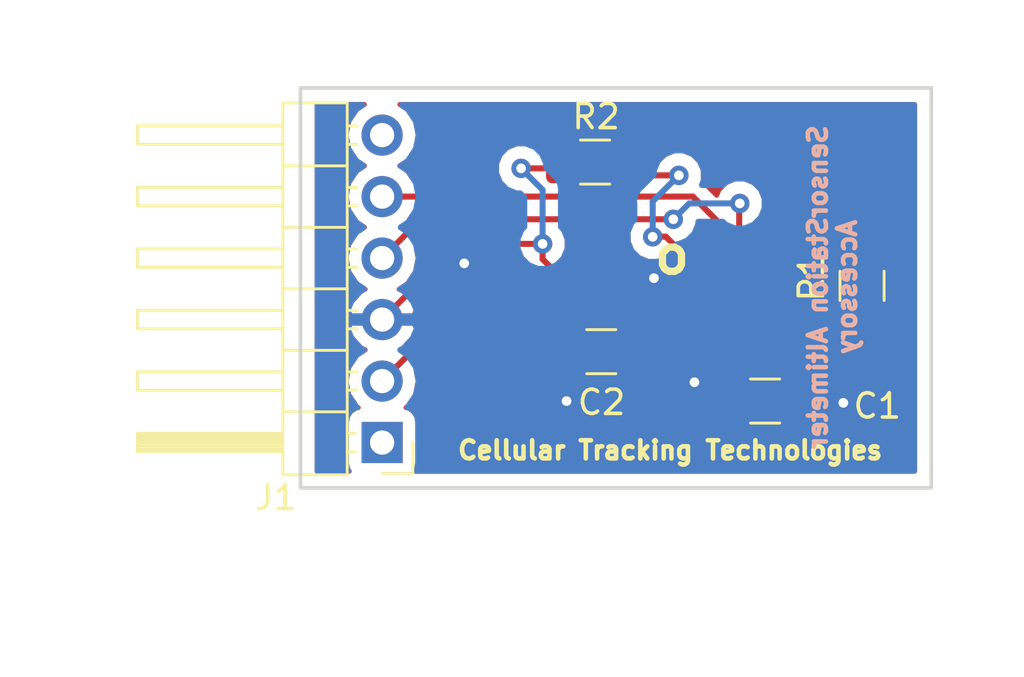
<source format=kicad_pcb>
(kicad_pcb (version 20171130) (host pcbnew "(5.0.1-3-g963ef8bb5)")

  (general
    (thickness 1.6)
    (drawings 7)
    (tracks 68)
    (zones 0)
    (modules 6)
    (nets 7)
  )

  (page A4)
  (layers
    (0 F.Cu signal)
    (31 B.Cu signal)
    (32 B.Adhes user)
    (33 F.Adhes user)
    (34 B.Paste user)
    (35 F.Paste user)
    (36 B.SilkS user)
    (37 F.SilkS user)
    (38 B.Mask user)
    (39 F.Mask user)
    (40 Dwgs.User user)
    (41 Cmts.User user)
    (42 Eco1.User user)
    (43 Eco2.User user)
    (44 Edge.Cuts user)
    (45 Margin user)
    (46 B.CrtYd user)
    (47 F.CrtYd user)
    (48 B.Fab user)
    (49 F.Fab user)
  )

  (setup
    (last_trace_width 0.25)
    (trace_clearance 0.2)
    (zone_clearance 0.508)
    (zone_45_only no)
    (trace_min 0.2)
    (segment_width 0.2)
    (edge_width 0.15)
    (via_size 0.8)
    (via_drill 0.4)
    (via_min_size 0.4)
    (via_min_drill 0.3)
    (uvia_size 0.3)
    (uvia_drill 0.1)
    (uvias_allowed no)
    (uvia_min_size 0.2)
    (uvia_min_drill 0.1)
    (pcb_text_width 0.3)
    (pcb_text_size 1.5 1.5)
    (mod_edge_width 0.15)
    (mod_text_size 1 1)
    (mod_text_width 0.15)
    (pad_size 1.524 1.524)
    (pad_drill 0.762)
    (pad_to_mask_clearance 0.051)
    (solder_mask_min_width 0.25)
    (aux_axis_origin 0 0)
    (visible_elements FFFFFF7F)
    (pcbplotparams
      (layerselection 0x010fc_ffffffff)
      (usegerberextensions false)
      (usegerberattributes false)
      (usegerberadvancedattributes false)
      (creategerberjobfile false)
      (excludeedgelayer true)
      (linewidth 0.100000)
      (plotframeref false)
      (viasonmask false)
      (mode 1)
      (useauxorigin false)
      (hpglpennumber 1)
      (hpglpenspeed 20)
      (hpglpendiameter 15.000000)
      (psnegative false)
      (psa4output false)
      (plotreference true)
      (plotvalue true)
      (plotinvisibletext false)
      (padsonsilk false)
      (subtractmaskfromsilk false)
      (outputformat 1)
      (mirror false)
      (drillshape 1)
      (scaleselection 1)
      (outputdirectory ""))
  )

  (net 0 "")
  (net 1 +3V3)
  (net 2 GND)
  (net 3 SCL)
  (net 4 SDA)
  (net 5 "Net-(R1-Pad2)")
  (net 6 "Net-(R2-Pad2)")

  (net_class Default "This is the default net class."
    (clearance 0.2)
    (trace_width 0.25)
    (via_dia 0.8)
    (via_drill 0.4)
    (uvia_dia 0.3)
    (uvia_drill 0.1)
    (add_net +3V3)
    (add_net GND)
    (add_net "Net-(R1-Pad2)")
    (add_net "Net-(R2-Pad2)")
    (add_net SCL)
    (add_net SDA)
  )

  (module Capacitors_SMD:C_1206_3216Metric (layer F.Cu) (tedit 5B301BBE) (tstamp 5D035E4A)
    (at 147.79198 80.08874)
    (descr "Capacitor SMD 1206 (3216 Metric), square (rectangular) end terminal, IPC_7351 nominal, (Body size source: http://www.tortai-tech.com/upload/download/2011102023233369053.pdf), generated with kicad-footprint-generator")
    (tags capacitor)
    (path /5CFEC216)
    (attr smd)
    (fp_text reference C1 (at 4.6258 0.2032) (layer F.SilkS)
      (effects (font (size 1 1) (thickness 0.15)))
    )
    (fp_text value 100n (at 0 1.82) (layer F.Fab)
      (effects (font (size 1 1) (thickness 0.15)))
    )
    (fp_line (start -1.6 0.8) (end -1.6 -0.8) (layer F.Fab) (width 0.1))
    (fp_line (start -1.6 -0.8) (end 1.6 -0.8) (layer F.Fab) (width 0.1))
    (fp_line (start 1.6 -0.8) (end 1.6 0.8) (layer F.Fab) (width 0.1))
    (fp_line (start 1.6 0.8) (end -1.6 0.8) (layer F.Fab) (width 0.1))
    (fp_line (start -0.602064 -0.91) (end 0.602064 -0.91) (layer F.SilkS) (width 0.12))
    (fp_line (start -0.602064 0.91) (end 0.602064 0.91) (layer F.SilkS) (width 0.12))
    (fp_line (start -2.28 1.12) (end -2.28 -1.12) (layer F.CrtYd) (width 0.05))
    (fp_line (start -2.28 -1.12) (end 2.28 -1.12) (layer F.CrtYd) (width 0.05))
    (fp_line (start 2.28 -1.12) (end 2.28 1.12) (layer F.CrtYd) (width 0.05))
    (fp_line (start 2.28 1.12) (end -2.28 1.12) (layer F.CrtYd) (width 0.05))
    (fp_text user %R (at 7.82528 -9.22274) (layer F.Fab)
      (effects (font (size 0.8 0.8) (thickness 0.12)))
    )
    (pad 1 smd roundrect (at -1.4 0) (size 1.25 1.75) (layers F.Cu F.Paste F.Mask) (roundrect_rratio 0.2)
      (net 1 +3V3))
    (pad 2 smd roundrect (at 1.4 0) (size 1.25 1.75) (layers F.Cu F.Paste F.Mask) (roundrect_rratio 0.2)
      (net 2 GND))
    (model ${KISYS3DMOD}/Capacitor_SMD.3dshapes/C_1206_3216Metric.wrl
      (at (xyz 0 0 0))
      (scale (xyz 1 1 1))
      (rotate (xyz 0 0 0))
    )
  )

  (module Capacitors_SMD:C_1206_3216Metric (layer F.Cu) (tedit 5B301BBE) (tstamp 5D035E5B)
    (at 141.02842 78.04912 180)
    (descr "Capacitor SMD 1206 (3216 Metric), square (rectangular) end terminal, IPC_7351 nominal, (Body size source: http://www.tortai-tech.com/upload/download/2011102023233369053.pdf), generated with kicad-footprint-generator")
    (tags capacitor)
    (path /5CFEDC66)
    (attr smd)
    (fp_text reference C2 (at -0.0127 -2.09296 180) (layer F.SilkS)
      (effects (font (size 1 1) (thickness 0.15)))
    )
    (fp_text value 100n (at 0 1.82 180) (layer F.Fab)
      (effects (font (size 1 1) (thickness 0.15)))
    )
    (fp_text user %R (at 0 0 180) (layer F.Fab)
      (effects (font (size 0.8 0.8) (thickness 0.12)))
    )
    (fp_line (start 2.28 1.12) (end -2.28 1.12) (layer F.CrtYd) (width 0.05))
    (fp_line (start 2.28 -1.12) (end 2.28 1.12) (layer F.CrtYd) (width 0.05))
    (fp_line (start -2.28 -1.12) (end 2.28 -1.12) (layer F.CrtYd) (width 0.05))
    (fp_line (start -2.28 1.12) (end -2.28 -1.12) (layer F.CrtYd) (width 0.05))
    (fp_line (start -0.602064 0.91) (end 0.602064 0.91) (layer F.SilkS) (width 0.12))
    (fp_line (start -0.602064 -0.91) (end 0.602064 -0.91) (layer F.SilkS) (width 0.12))
    (fp_line (start 1.6 0.8) (end -1.6 0.8) (layer F.Fab) (width 0.1))
    (fp_line (start 1.6 -0.8) (end 1.6 0.8) (layer F.Fab) (width 0.1))
    (fp_line (start -1.6 -0.8) (end 1.6 -0.8) (layer F.Fab) (width 0.1))
    (fp_line (start -1.6 0.8) (end -1.6 -0.8) (layer F.Fab) (width 0.1))
    (pad 2 smd roundrect (at 1.4 0 180) (size 1.25 1.75) (layers F.Cu F.Paste F.Mask) (roundrect_rratio 0.2)
      (net 2 GND))
    (pad 1 smd roundrect (at -1.4 0 180) (size 1.25 1.75) (layers F.Cu F.Paste F.Mask) (roundrect_rratio 0.2)
      (net 1 +3V3))
    (model ${KISYS3DMOD}/Capacitor_SMD.3dshapes/C_1206_3216Metric.wrl
      (at (xyz 0 0 0))
      (scale (xyz 1 1 1))
      (rotate (xyz 0 0 0))
    )
  )

  (module Connector_PinHeader_2.54mm:PinHeader_1x06_P2.54mm_Horizontal (layer F.Cu) (tedit 59FED5CB) (tstamp 5D035EC2)
    (at 131.98348 81.80324 180)
    (descr "Through hole angled pin header, 1x06, 2.54mm pitch, 6mm pin length, single row")
    (tags "Through hole angled pin header THT 1x06 2.54mm single row")
    (path /5D04D3EA)
    (fp_text reference J1 (at 4.385 -2.27 180) (layer F.SilkS)
      (effects (font (size 1 1) (thickness 0.15)))
    )
    (fp_text value "SensorStation Accessory Plug" (at 4.385 14.97 180) (layer F.Fab)
      (effects (font (size 1 1) (thickness 0.15)))
    )
    (fp_line (start 2.135 -1.27) (end 4.04 -1.27) (layer F.Fab) (width 0.1))
    (fp_line (start 4.04 -1.27) (end 4.04 13.97) (layer F.Fab) (width 0.1))
    (fp_line (start 4.04 13.97) (end 1.5 13.97) (layer F.Fab) (width 0.1))
    (fp_line (start 1.5 13.97) (end 1.5 -0.635) (layer F.Fab) (width 0.1))
    (fp_line (start 1.5 -0.635) (end 2.135 -1.27) (layer F.Fab) (width 0.1))
    (fp_line (start -0.32 -0.32) (end 1.5 -0.32) (layer F.Fab) (width 0.1))
    (fp_line (start -0.32 -0.32) (end -0.32 0.32) (layer F.Fab) (width 0.1))
    (fp_line (start -0.32 0.32) (end 1.5 0.32) (layer F.Fab) (width 0.1))
    (fp_line (start 4.04 -0.32) (end 10.04 -0.32) (layer F.Fab) (width 0.1))
    (fp_line (start 10.04 -0.32) (end 10.04 0.32) (layer F.Fab) (width 0.1))
    (fp_line (start 4.04 0.32) (end 10.04 0.32) (layer F.Fab) (width 0.1))
    (fp_line (start -0.32 2.22) (end 1.5 2.22) (layer F.Fab) (width 0.1))
    (fp_line (start -0.32 2.22) (end -0.32 2.86) (layer F.Fab) (width 0.1))
    (fp_line (start -0.32 2.86) (end 1.5 2.86) (layer F.Fab) (width 0.1))
    (fp_line (start 4.04 2.22) (end 10.04 2.22) (layer F.Fab) (width 0.1))
    (fp_line (start 10.04 2.22) (end 10.04 2.86) (layer F.Fab) (width 0.1))
    (fp_line (start 4.04 2.86) (end 10.04 2.86) (layer F.Fab) (width 0.1))
    (fp_line (start -0.32 4.76) (end 1.5 4.76) (layer F.Fab) (width 0.1))
    (fp_line (start -0.32 4.76) (end -0.32 5.4) (layer F.Fab) (width 0.1))
    (fp_line (start -0.32 5.4) (end 1.5 5.4) (layer F.Fab) (width 0.1))
    (fp_line (start 4.04 4.76) (end 10.04 4.76) (layer F.Fab) (width 0.1))
    (fp_line (start 10.04 4.76) (end 10.04 5.4) (layer F.Fab) (width 0.1))
    (fp_line (start 4.04 5.4) (end 10.04 5.4) (layer F.Fab) (width 0.1))
    (fp_line (start -0.32 7.3) (end 1.5 7.3) (layer F.Fab) (width 0.1))
    (fp_line (start -0.32 7.3) (end -0.32 7.94) (layer F.Fab) (width 0.1))
    (fp_line (start -0.32 7.94) (end 1.5 7.94) (layer F.Fab) (width 0.1))
    (fp_line (start 4.04 7.3) (end 10.04 7.3) (layer F.Fab) (width 0.1))
    (fp_line (start 10.04 7.3) (end 10.04 7.94) (layer F.Fab) (width 0.1))
    (fp_line (start 4.04 7.94) (end 10.04 7.94) (layer F.Fab) (width 0.1))
    (fp_line (start -0.32 9.84) (end 1.5 9.84) (layer F.Fab) (width 0.1))
    (fp_line (start -0.32 9.84) (end -0.32 10.48) (layer F.Fab) (width 0.1))
    (fp_line (start -0.32 10.48) (end 1.5 10.48) (layer F.Fab) (width 0.1))
    (fp_line (start 4.04 9.84) (end 10.04 9.84) (layer F.Fab) (width 0.1))
    (fp_line (start 10.04 9.84) (end 10.04 10.48) (layer F.Fab) (width 0.1))
    (fp_line (start 4.04 10.48) (end 10.04 10.48) (layer F.Fab) (width 0.1))
    (fp_line (start -0.32 12.38) (end 1.5 12.38) (layer F.Fab) (width 0.1))
    (fp_line (start -0.32 12.38) (end -0.32 13.02) (layer F.Fab) (width 0.1))
    (fp_line (start -0.32 13.02) (end 1.5 13.02) (layer F.Fab) (width 0.1))
    (fp_line (start 4.04 12.38) (end 10.04 12.38) (layer F.Fab) (width 0.1))
    (fp_line (start 10.04 12.38) (end 10.04 13.02) (layer F.Fab) (width 0.1))
    (fp_line (start 4.04 13.02) (end 10.04 13.02) (layer F.Fab) (width 0.1))
    (fp_line (start 1.44 -1.33) (end 1.44 14.03) (layer F.SilkS) (width 0.12))
    (fp_line (start 1.44 14.03) (end 4.1 14.03) (layer F.SilkS) (width 0.12))
    (fp_line (start 4.1 14.03) (end 4.1 -1.33) (layer F.SilkS) (width 0.12))
    (fp_line (start 4.1 -1.33) (end 1.44 -1.33) (layer F.SilkS) (width 0.12))
    (fp_line (start 4.1 -0.38) (end 10.1 -0.38) (layer F.SilkS) (width 0.12))
    (fp_line (start 10.1 -0.38) (end 10.1 0.38) (layer F.SilkS) (width 0.12))
    (fp_line (start 10.1 0.38) (end 4.1 0.38) (layer F.SilkS) (width 0.12))
    (fp_line (start 4.1 -0.32) (end 10.1 -0.32) (layer F.SilkS) (width 0.12))
    (fp_line (start 4.1 -0.2) (end 10.1 -0.2) (layer F.SilkS) (width 0.12))
    (fp_line (start 4.1 -0.08) (end 10.1 -0.08) (layer F.SilkS) (width 0.12))
    (fp_line (start 4.1 0.04) (end 10.1 0.04) (layer F.SilkS) (width 0.12))
    (fp_line (start 4.1 0.16) (end 10.1 0.16) (layer F.SilkS) (width 0.12))
    (fp_line (start 4.1 0.28) (end 10.1 0.28) (layer F.SilkS) (width 0.12))
    (fp_line (start 1.11 -0.38) (end 1.44 -0.38) (layer F.SilkS) (width 0.12))
    (fp_line (start 1.11 0.38) (end 1.44 0.38) (layer F.SilkS) (width 0.12))
    (fp_line (start 1.44 1.27) (end 4.1 1.27) (layer F.SilkS) (width 0.12))
    (fp_line (start 4.1 2.16) (end 10.1 2.16) (layer F.SilkS) (width 0.12))
    (fp_line (start 10.1 2.16) (end 10.1 2.92) (layer F.SilkS) (width 0.12))
    (fp_line (start 10.1 2.92) (end 4.1 2.92) (layer F.SilkS) (width 0.12))
    (fp_line (start 1.042929 2.16) (end 1.44 2.16) (layer F.SilkS) (width 0.12))
    (fp_line (start 1.042929 2.92) (end 1.44 2.92) (layer F.SilkS) (width 0.12))
    (fp_line (start 1.44 3.81) (end 4.1 3.81) (layer F.SilkS) (width 0.12))
    (fp_line (start 4.1 4.7) (end 10.1 4.7) (layer F.SilkS) (width 0.12))
    (fp_line (start 10.1 4.7) (end 10.1 5.46) (layer F.SilkS) (width 0.12))
    (fp_line (start 10.1 5.46) (end 4.1 5.46) (layer F.SilkS) (width 0.12))
    (fp_line (start 1.042929 4.7) (end 1.44 4.7) (layer F.SilkS) (width 0.12))
    (fp_line (start 1.042929 5.46) (end 1.44 5.46) (layer F.SilkS) (width 0.12))
    (fp_line (start 1.44 6.35) (end 4.1 6.35) (layer F.SilkS) (width 0.12))
    (fp_line (start 4.1 7.24) (end 10.1 7.24) (layer F.SilkS) (width 0.12))
    (fp_line (start 10.1 7.24) (end 10.1 8) (layer F.SilkS) (width 0.12))
    (fp_line (start 10.1 8) (end 4.1 8) (layer F.SilkS) (width 0.12))
    (fp_line (start 1.042929 7.24) (end 1.44 7.24) (layer F.SilkS) (width 0.12))
    (fp_line (start 1.042929 8) (end 1.44 8) (layer F.SilkS) (width 0.12))
    (fp_line (start 1.44 8.89) (end 4.1 8.89) (layer F.SilkS) (width 0.12))
    (fp_line (start 4.1 9.78) (end 10.1 9.78) (layer F.SilkS) (width 0.12))
    (fp_line (start 10.1 9.78) (end 10.1 10.54) (layer F.SilkS) (width 0.12))
    (fp_line (start 10.1 10.54) (end 4.1 10.54) (layer F.SilkS) (width 0.12))
    (fp_line (start 1.042929 9.78) (end 1.44 9.78) (layer F.SilkS) (width 0.12))
    (fp_line (start 1.042929 10.54) (end 1.44 10.54) (layer F.SilkS) (width 0.12))
    (fp_line (start 1.44 11.43) (end 4.1 11.43) (layer F.SilkS) (width 0.12))
    (fp_line (start 4.1 12.32) (end 10.1 12.32) (layer F.SilkS) (width 0.12))
    (fp_line (start 10.1 12.32) (end 10.1 13.08) (layer F.SilkS) (width 0.12))
    (fp_line (start 10.1 13.08) (end 4.1 13.08) (layer F.SilkS) (width 0.12))
    (fp_line (start 1.042929 12.32) (end 1.44 12.32) (layer F.SilkS) (width 0.12))
    (fp_line (start 1.042929 13.08) (end 1.44 13.08) (layer F.SilkS) (width 0.12))
    (fp_line (start -1.27 0) (end -1.27 -1.27) (layer F.SilkS) (width 0.12))
    (fp_line (start -1.27 -1.27) (end 0 -1.27) (layer F.SilkS) (width 0.12))
    (fp_line (start -1.8 -1.8) (end -1.8 14.5) (layer F.CrtYd) (width 0.05))
    (fp_line (start -1.8 14.5) (end 10.55 14.5) (layer F.CrtYd) (width 0.05))
    (fp_line (start 10.55 14.5) (end 10.55 -1.8) (layer F.CrtYd) (width 0.05))
    (fp_line (start 10.55 -1.8) (end -1.8 -1.8) (layer F.CrtYd) (width 0.05))
    (fp_text user %R (at 2.77 6.35 270) (layer F.Fab)
      (effects (font (size 1 1) (thickness 0.15)))
    )
    (pad 1 thru_hole rect (at 0 0 180) (size 1.7 1.7) (drill 1) (layers *.Cu *.Mask))
    (pad 2 thru_hole oval (at 0 2.54 180) (size 1.7 1.7) (drill 1) (layers *.Cu *.Mask)
      (net 1 +3V3))
    (pad 3 thru_hole oval (at 0 5.08 180) (size 1.7 1.7) (drill 1) (layers *.Cu *.Mask)
      (net 2 GND))
    (pad 4 thru_hole oval (at 0 7.62 180) (size 1.7 1.7) (drill 1) (layers *.Cu *.Mask)
      (net 3 SCL))
    (pad 5 thru_hole oval (at 0 10.16 180) (size 1.7 1.7) (drill 1) (layers *.Cu *.Mask)
      (net 4 SDA))
    (pad 6 thru_hole oval (at 0 12.7 180) (size 1.7 1.7) (drill 1) (layers *.Cu *.Mask))
    (model ${KISYS3DMOD}/Connector_PinHeader_2.54mm.3dshapes/PinHeader_1x06_P2.54mm_Horizontal.wrl
      (at (xyz 0 0 0))
      (scale (xyz 1 1 1))
      (rotate (xyz 0 0 0))
    )
  )

  (module Resistors_SMD:R_1206_3216Metric (layer F.Cu) (tedit 5B301BBD) (tstamp 5D035ED3)
    (at 151.79294 75.33132 270)
    (descr "Resistor SMD 1206 (3216 Metric), square (rectangular) end terminal, IPC_7351 nominal, (Body size source: http://www.tortai-tech.com/upload/download/2011102023233369053.pdf), generated with kicad-footprint-generator")
    (tags resistor)
    (path /5CFEBE06)
    (attr smd)
    (fp_text reference R1 (at -0.33782 2.08788 270) (layer F.SilkS)
      (effects (font (size 1 1) (thickness 0.15)))
    )
    (fp_text value 10K (at 0 1.82 270) (layer F.Fab)
      (effects (font (size 1 1) (thickness 0.15)))
    )
    (fp_line (start -1.6 0.8) (end -1.6 -0.8) (layer F.Fab) (width 0.1))
    (fp_line (start -1.6 -0.8) (end 1.6 -0.8) (layer F.Fab) (width 0.1))
    (fp_line (start 1.6 -0.8) (end 1.6 0.8) (layer F.Fab) (width 0.1))
    (fp_line (start 1.6 0.8) (end -1.6 0.8) (layer F.Fab) (width 0.1))
    (fp_line (start -0.602064 -0.91) (end 0.602064 -0.91) (layer F.SilkS) (width 0.12))
    (fp_line (start -0.602064 0.91) (end 0.602064 0.91) (layer F.SilkS) (width 0.12))
    (fp_line (start -2.28 1.12) (end -2.28 -1.12) (layer F.CrtYd) (width 0.05))
    (fp_line (start -2.28 -1.12) (end 2.28 -1.12) (layer F.CrtYd) (width 0.05))
    (fp_line (start 2.28 -1.12) (end 2.28 1.12) (layer F.CrtYd) (width 0.05))
    (fp_line (start 2.28 1.12) (end -2.28 1.12) (layer F.CrtYd) (width 0.05))
    (fp_text user %R (at 0 0 270) (layer F.Fab)
      (effects (font (size 0.8 0.8) (thickness 0.12)))
    )
    (pad 1 smd roundrect (at -1.4 0 270) (size 1.25 1.75) (layers F.Cu F.Paste F.Mask) (roundrect_rratio 0.2)
      (net 1 +3V3))
    (pad 2 smd roundrect (at 1.4 0 270) (size 1.25 1.75) (layers F.Cu F.Paste F.Mask) (roundrect_rratio 0.2)
      (net 5 "Net-(R1-Pad2)"))
    (model ${KISYS3DMOD}/Resistor_SMD.3dshapes/R_1206_3216Metric.wrl
      (at (xyz 0 0 0))
      (scale (xyz 1 1 1))
      (rotate (xyz 0 0 0))
    )
  )

  (module Resistors_SMD:R_1206_3216Metric (layer F.Cu) (tedit 5B301BBD) (tstamp 5D035EE4)
    (at 140.77442 70.2183)
    (descr "Resistor SMD 1206 (3216 Metric), square (rectangular) end terminal, IPC_7351 nominal, (Body size source: http://www.tortai-tech.com/upload/download/2011102023233369053.pdf), generated with kicad-footprint-generator")
    (tags resistor)
    (path /5CFED35E)
    (attr smd)
    (fp_text reference R2 (at 0.04064 -1.8796) (layer F.SilkS)
      (effects (font (size 1 1) (thickness 0.15)))
    )
    (fp_text value 10K (at 0 1.82) (layer F.Fab)
      (effects (font (size 1 1) (thickness 0.15)))
    )
    (fp_text user %R (at 0 0) (layer F.Fab)
      (effects (font (size 0.8 0.8) (thickness 0.12)))
    )
    (fp_line (start 2.28 1.12) (end -2.28 1.12) (layer F.CrtYd) (width 0.05))
    (fp_line (start 2.28 -1.12) (end 2.28 1.12) (layer F.CrtYd) (width 0.05))
    (fp_line (start -2.28 -1.12) (end 2.28 -1.12) (layer F.CrtYd) (width 0.05))
    (fp_line (start -2.28 1.12) (end -2.28 -1.12) (layer F.CrtYd) (width 0.05))
    (fp_line (start -0.602064 0.91) (end 0.602064 0.91) (layer F.SilkS) (width 0.12))
    (fp_line (start -0.602064 -0.91) (end 0.602064 -0.91) (layer F.SilkS) (width 0.12))
    (fp_line (start 1.6 0.8) (end -1.6 0.8) (layer F.Fab) (width 0.1))
    (fp_line (start 1.6 -0.8) (end 1.6 0.8) (layer F.Fab) (width 0.1))
    (fp_line (start -1.6 -0.8) (end 1.6 -0.8) (layer F.Fab) (width 0.1))
    (fp_line (start -1.6 0.8) (end -1.6 -0.8) (layer F.Fab) (width 0.1))
    (pad 2 smd roundrect (at 1.4 0) (size 1.25 1.75) (layers F.Cu F.Paste F.Mask) (roundrect_rratio 0.2)
      (net 6 "Net-(R2-Pad2)"))
    (pad 1 smd roundrect (at -1.4 0) (size 1.25 1.75) (layers F.Cu F.Paste F.Mask) (roundrect_rratio 0.2)
      (net 1 +3V3))
    (model ${KISYS3DMOD}/Resistor_SMD.3dshapes/R_1206_3216Metric.wrl
      (at (xyz 0 0 0))
      (scale (xyz 1 1 1))
      (rotate (xyz 0 0 0))
    )
  )

  (module tinkerlabs:BME680 (layer F.Cu) (tedit 5A09BC6F) (tstamp 5D035EF8)
    (at 145.52168 76.41082)
    (path /5CFEBB68)
    (fp_text reference U1 (at -0.07 0.16) (layer F.Fab)
      (effects (font (size 0.15 0.15) (thickness 0.0375)))
    )
    (fp_text value BME680 (at -0.03 -0.12) (layer F.Fab)
      (effects (font (size 0.15 0.15) (thickness 0.0375)))
    )
    (fp_circle (center 0.79 0.67) (end 0.98 0.76) (layer F.Fab) (width 0.1))
    (fp_circle (center -1.06 -1.06) (end -1.05 -1.06) (layer F.Fab) (width 0.1))
    (fp_circle (center -1.06 -1.06) (end -1.02 -1.01) (layer F.Fab) (width 0.1))
    (fp_circle (center -1.06 -1.06) (end -0.93 -0.98) (layer F.Fab) (width 0.1))
    (fp_line (start -1.5 -1.5) (end 1.5 -1.5) (layer F.Fab) (width 0.1))
    (fp_line (start 1.5 -1.5) (end 1.5 1.5) (layer F.Fab) (width 0.1))
    (fp_line (start 1.5 1.5) (end -1.5 1.5) (layer F.Fab) (width 0.1))
    (fp_line (start -1.5 1.5) (end -1.5 -1.5) (layer F.Fab) (width 0.1))
    (pad 2 smd rect (at -0.4 -1.35) (size 0.4 0.7) (layers F.Cu F.Paste F.Mask)
      (net 6 "Net-(R2-Pad2)"))
    (pad 3 smd rect (at 0.4 -1.35) (size 0.4 0.7) (layers F.Cu F.Paste F.Mask)
      (net 4 SDA))
    (pad 4 smd rect (at 1.2 -1.35) (size 0.4 0.7) (layers F.Cu F.Paste F.Mask)
      (net 3 SCL))
    (pad 1 smd rect (at -1.2 -1.35) (size 0.4 0.7) (layers F.Cu F.Paste F.Mask)
      (net 2 GND))
    (pad 8 smd rect (at -1.2 1.35) (size 0.4 0.7) (layers F.Cu F.Paste F.Mask)
      (net 1 +3V3))
    (pad 5 smd rect (at 1.2 1.35) (size 0.4 0.7) (layers F.Cu F.Paste F.Mask)
      (net 5 "Net-(R1-Pad2)"))
    (pad 7 smd rect (at -0.4 1.35) (size 0.4 0.7) (layers F.Cu F.Paste F.Mask)
      (net 2 GND))
    (pad 6 smd rect (at 0.4 1.35) (size 0.4 0.7) (layers F.Cu F.Paste F.Mask)
      (net 1 +3V3))
    (model Sensors_Detectors/BME680.wrl
      (at (xyz 0 0 0))
      (scale (xyz 1 1 1))
      (rotate (xyz 0 0 0))
    )
  )

  (gr_text o (at 143.94688 74.0537) (layer F.SilkS)
    (effects (font (size 1.5 1.5) (thickness 0.3)))
  )
  (gr_text "Cellular Tracking Technologies" (at 143.87322 82.12074) (layer F.SilkS)
    (effects (font (size 0.75 0.75) (thickness 0.1875)))
  )
  (gr_text "SensorStation Altimeter\nAccessory" (at 150.56866 75.38212 90) (layer B.SilkS)
    (effects (font (size 0.75 0.75) (thickness 0.1875)) (justify mirror))
  )
  (gr_line (start 128.6129 67.15506) (end 128.6129 83.67522) (layer Edge.Cuts) (width 0.15))
  (gr_line (start 154.6479 67.15506) (end 128.61036 67.15506) (layer Edge.Cuts) (width 0.15))
  (gr_line (start 154.6479 83.67522) (end 154.6479 67.15506) (layer Edge.Cuts) (width 0.15))
  (gr_line (start 128.6129 83.67522) (end 154.6479 83.67522) (layer Edge.Cuts) (width 0.15))

  (segment (start 142.71672 77.76082) (end 142.42842 78.04912) (width 0.25) (layer F.Cu) (net 1))
  (segment (start 144.32168 77.76082) (end 142.71672 77.76082) (width 0.25) (layer F.Cu) (net 1))
  (segment (start 145.92168 79.61844) (end 146.39198 80.08874) (width 0.25) (layer F.Cu) (net 1))
  (segment (start 145.92168 77.76082) (end 145.92168 79.61844) (width 0.25) (layer F.Cu) (net 1))
  (segment (start 152.48865 74.62703) (end 151.79294 73.93132) (width 0.25) (layer F.Cu) (net 1))
  (segment (start 152.99295 75.13133) (end 152.48865 74.62703) (width 0.25) (layer F.Cu) (net 1))
  (segment (start 152.99295 77.3445) (end 152.99295 75.13133) (width 0.25) (layer F.Cu) (net 1))
  (segment (start 152.12662 78.21083) (end 152.99295 77.3445) (width 0.25) (layer F.Cu) (net 1))
  (segment (start 148.26989 78.21083) (end 152.12662 78.21083) (width 0.25) (layer F.Cu) (net 1))
  (segment (start 146.39198 80.08874) (end 148.26989 78.21083) (width 0.25) (layer F.Cu) (net 1))
  (segment (start 138.6078 74.2285) (end 138.6078 73.5965) (width 0.25) (layer F.Cu) (net 1))
  (via (at 138.6078 73.5965) (size 0.8) (drill 0.4) (layers F.Cu B.Cu) (net 1))
  (segment (start 142.42842 78.04912) (end 138.6078 74.2285) (width 0.25) (layer F.Cu) (net 1))
  (via (at 137.7188 70.47738) (size 0.8) (drill 0.4) (layers F.Cu B.Cu) (net 1))
  (segment (start 138.6078 71.36638) (end 137.7188 70.47738) (width 0.25) (layer B.Cu) (net 1))
  (segment (start 138.6078 73.5965) (end 138.6078 71.36638) (width 0.25) (layer B.Cu) (net 1))
  (segment (start 139.11534 70.47738) (end 139.37442 70.2183) (width 0.25) (layer F.Cu) (net 1))
  (segment (start 137.7188 70.47738) (end 139.11534 70.47738) (width 0.25) (layer F.Cu) (net 1))
  (segment (start 137.65022 73.5965) (end 138.6078 73.5965) (width 0.25) (layer F.Cu) (net 1))
  (segment (start 131.98348 79.26324) (end 137.65022 73.5965) (width 0.25) (layer F.Cu) (net 1))
  (segment (start 143.12413 78.74483) (end 143.12413 78.92563) (width 0.25) (layer F.Cu) (net 1))
  (segment (start 142.42842 78.04912) (end 143.12413 78.74483) (width 0.25) (layer F.Cu) (net 1))
  (segment (start 142.42842 79.02412) (end 143.57178 80.16748) (width 0.25) (layer F.Cu) (net 1))
  (segment (start 142.42842 78.04912) (end 142.42842 79.02412) (width 0.25) (layer F.Cu) (net 1))
  (segment (start 143.65052 80.08874) (end 146.39198 80.08874) (width 0.25) (layer F.Cu) (net 1))
  (segment (start 143.57178 80.16748) (end 143.65052 80.08874) (width 0.25) (layer F.Cu) (net 1))
  (via (at 143.20266 75.01128) (size 0.8) (drill 0.4) (layers F.Cu B.Cu) (net 2))
  (segment (start 143.2522 75.06082) (end 143.20266 75.01128) (width 0.25) (layer F.Cu) (net 2))
  (segment (start 144.32168 75.06082) (end 143.2522 75.06082) (width 0.25) (layer F.Cu) (net 2))
  (via (at 144.87398 79.3115) (size 0.8) (drill 0.4) (layers F.Cu B.Cu) (net 2))
  (segment (start 145.12168 79.0638) (end 144.87398 79.3115) (width 0.25) (layer F.Cu) (net 2))
  (segment (start 145.12168 77.76082) (end 145.12168 79.0638) (width 0.25) (layer F.Cu) (net 2))
  (via (at 139.59586 80.09128) (size 0.8) (drill 0.4) (layers F.Cu B.Cu) (net 2))
  (segment (start 139.62842 80.05872) (end 139.59586 80.09128) (width 0.25) (layer F.Cu) (net 2))
  (segment (start 139.62842 78.04912) (end 139.62842 80.05872) (width 0.25) (layer F.Cu) (net 2))
  (via (at 151.02078 80.1624) (size 0.8) (drill 0.4) (layers F.Cu B.Cu) (net 2))
  (segment (start 150.94712 80.08874) (end 151.02078 80.1624) (width 0.25) (layer F.Cu) (net 2))
  (segment (start 149.19198 80.08874) (end 150.94712 80.08874) (width 0.25) (layer F.Cu) (net 2))
  (via (at 135.37184 74.40168) (size 0.8) (drill 0.4) (layers F.Cu B.Cu) (net 2))
  (segment (start 134.30504 74.40168) (end 135.37184 74.40168) (width 0.25) (layer F.Cu) (net 2))
  (segment (start 131.98348 76.72324) (end 134.30504 74.40168) (width 0.25) (layer F.Cu) (net 2))
  (via (at 144.00276 72.5805) (size 0.8) (drill 0.4) (layers F.Cu B.Cu) (net 3))
  (segment (start 131.98348 74.18324) (end 133.58622 72.5805) (width 0.25) (layer F.Cu) (net 3))
  (segment (start 133.58622 72.5805) (end 143.437075 72.5805) (width 0.25) (layer F.Cu) (net 3))
  (segment (start 143.437075 72.5805) (end 144.00276 72.5805) (width 0.25) (layer F.Cu) (net 3))
  (segment (start 146.72168 71.94946) (end 146.74596 71.92518) (width 0.25) (layer F.Cu) (net 3))
  (via (at 146.74596 71.92518) (size 0.8) (drill 0.4) (layers F.Cu B.Cu) (net 3))
  (segment (start 146.72168 75.06082) (end 146.72168 71.94946) (width 0.25) (layer F.Cu) (net 3))
  (segment (start 144.65808 71.92518) (end 144.00276 72.5805) (width 0.25) (layer B.Cu) (net 3))
  (segment (start 146.74596 71.92518) (end 144.65808 71.92518) (width 0.25) (layer B.Cu) (net 3))
  (segment (start 145.92168 74.46082) (end 145.92168 75.06082) (width 0.25) (layer F.Cu) (net 4))
  (segment (start 131.98348 71.64324) (end 144.809064 71.64324) (width 0.25) (layer F.Cu) (net 4))
  (segment (start 145.92168 72.755856) (end 145.92168 74.46082) (width 0.25) (layer F.Cu) (net 4))
  (segment (start 144.809064 71.64324) (end 145.92168 72.755856) (width 0.25) (layer F.Cu) (net 4))
  (segment (start 151.79294 76.73132) (end 149.90526 76.73132) (width 0.25) (layer F.Cu) (net 5))
  (segment (start 148.87576 77.76082) (end 146.72168 77.76082) (width 0.25) (layer F.Cu) (net 5))
  (segment (start 149.90526 76.73132) (end 148.87576 77.76082) (width 0.25) (layer F.Cu) (net 5))
  (segment (start 145.12168 74.725818) (end 143.692642 73.29678) (width 0.25) (layer F.Cu) (net 6))
  (segment (start 145.12168 75.06082) (end 145.12168 74.725818) (width 0.25) (layer F.Cu) (net 6))
  (via (at 143.15186 73.3055) (size 0.8) (drill 0.4) (layers F.Cu B.Cu) (net 6))
  (segment (start 143.16058 73.29678) (end 143.15186 73.3055) (width 0.25) (layer F.Cu) (net 6))
  (segment (start 143.692642 73.29678) (end 143.16058 73.29678) (width 0.25) (layer F.Cu) (net 6))
  (via (at 144.23136 70.76694) (size 0.8) (drill 0.4) (layers F.Cu B.Cu) (net 6))
  (segment (start 144.22882 70.76694) (end 144.23136 70.76694) (width 0.25) (layer B.Cu) (net 6))
  (segment (start 143.15186 71.8439) (end 144.22882 70.76694) (width 0.25) (layer B.Cu) (net 6))
  (segment (start 143.15186 73.3055) (end 143.15186 71.8439) (width 0.25) (layer B.Cu) (net 6))
  (segment (start 142.72306 70.76694) (end 142.17442 70.2183) (width 0.25) (layer F.Cu) (net 6))
  (segment (start 144.23136 70.76694) (end 142.72306 70.76694) (width 0.25) (layer F.Cu) (net 6))

  (zone (net 2) (net_name GND) (layer F.Cu) (tstamp 0) (hatch edge 0.508)
    (connect_pads (clearance 0.508))
    (min_thickness 0.2)
    (fill yes (arc_segments 16) (thermal_gap 0.508) (thermal_bridge_width 0.508))
    (polygon
      (pts
        (xy 127.99568 64.63538) (xy 156.97962 63.52286) (xy 158.2039 90.0049) (xy 123.48972 87.6681)
      )
    )
    (filled_polygon
      (pts
        (xy 130.932321 68.052081) (xy 130.610075 68.534357) (xy 130.496917 69.10324) (xy 130.610075 69.672123) (xy 130.932321 70.154399)
        (xy 131.25984 70.37324) (xy 130.932321 70.592081) (xy 130.610075 71.074357) (xy 130.496917 71.64324) (xy 130.610075 72.212123)
        (xy 130.932321 72.694399) (xy 131.25984 72.91324) (xy 130.932321 73.132081) (xy 130.610075 73.614357) (xy 130.496917 74.18324)
        (xy 130.610075 74.752123) (xy 130.932321 75.234399) (xy 131.287843 75.471951) (xy 131.094626 75.567499) (xy 130.720003 75.995624)
        (xy 130.575577 76.34433) (xy 130.686591 76.56924) (xy 131.82948 76.56924) (xy 131.82948 76.54924) (xy 132.13748 76.54924)
        (xy 132.13748 76.56924) (xy 133.280369 76.56924) (xy 133.391383 76.34433) (xy 133.246957 75.995624) (xy 132.872334 75.567499)
        (xy 132.679117 75.471951) (xy 133.034639 75.234399) (xy 133.356885 74.752123) (xy 133.470043 74.18324) (xy 133.395392 73.807946)
        (xy 133.889838 73.3135) (xy 136.896602 73.3135) (xy 133.297717 76.912385) (xy 133.280369 76.87724) (xy 132.13748 76.87724)
        (xy 132.13748 76.89724) (xy 131.82948 76.89724) (xy 131.82948 76.87724) (xy 130.686591 76.87724) (xy 130.575577 77.10215)
        (xy 130.720003 77.450856) (xy 131.094626 77.878981) (xy 131.287843 77.974529) (xy 130.932321 78.212081) (xy 130.610075 78.694357)
        (xy 130.496917 79.26324) (xy 130.610075 79.832123) (xy 130.932321 80.314399) (xy 131.000299 80.35982) (xy 130.89625 80.380517)
        (xy 130.695137 80.514897) (xy 130.560757 80.71601) (xy 130.513569 80.95324) (xy 130.513569 82.65324) (xy 130.560757 82.89047)
        (xy 130.628744 82.99222) (xy 129.2959 82.99222) (xy 129.2959 67.83806) (xy 131.252627 67.83806)
      )
    )
    (filled_polygon
      (pts
        (xy 153.9649 82.99222) (xy 133.338216 82.99222) (xy 133.406203 82.89047) (xy 133.453391 82.65324) (xy 133.453391 80.95324)
        (xy 133.406203 80.71601) (xy 133.271823 80.514897) (xy 133.07071 80.380517) (xy 132.966661 80.35982) (xy 133.034639 80.314399)
        (xy 133.356885 79.832123) (xy 133.470043 79.26324) (xy 133.395392 78.887946) (xy 133.928218 78.35512) (xy 138.39542 78.35512)
        (xy 138.39542 79.045058) (xy 138.487982 79.268524) (xy 138.659015 79.439557) (xy 138.882481 79.53212) (xy 139.32242 79.53212)
        (xy 139.47442 79.38012) (xy 139.47442 78.20312) (xy 139.78242 78.20312) (xy 139.78242 79.38012) (xy 139.93442 79.53212)
        (xy 140.374359 79.53212) (xy 140.597825 79.439557) (xy 140.768858 79.268524) (xy 140.86142 79.045058) (xy 140.86142 78.35512)
        (xy 140.70942 78.20312) (xy 139.78242 78.20312) (xy 139.47442 78.20312) (xy 138.54742 78.20312) (xy 138.39542 78.35512)
        (xy 133.928218 78.35512) (xy 135.230156 77.053182) (xy 138.39542 77.053182) (xy 138.39542 77.74312) (xy 138.54742 77.89512)
        (xy 139.47442 77.89512) (xy 139.47442 76.71812) (xy 139.32242 76.56612) (xy 138.882481 76.56612) (xy 138.659015 76.658683)
        (xy 138.487982 76.829716) (xy 138.39542 77.053182) (xy 135.230156 77.053182) (xy 137.892693 74.390645) (xy 137.917329 74.514501)
        (xy 137.992519 74.62703) (xy 138.017267 74.664068) (xy 138.079337 74.756963) (xy 138.140539 74.797857) (xy 139.921611 76.578929)
        (xy 139.78242 76.71812) (xy 139.78242 77.89512) (xy 140.70942 77.89512) (xy 140.86142 77.74312) (xy 140.86142 77.518738)
        (xy 141.183509 77.840827) (xy 141.183509 78.67412) (xy 141.249727 79.007021) (xy 141.4383 79.28924) (xy 141.720519 79.477813)
        (xy 141.869845 79.507516) (xy 141.899958 79.552583) (xy 141.961157 79.593475) (xy 143.002425 80.634744) (xy 143.043317 80.695943)
        (xy 143.104515 80.736834) (xy 143.104518 80.736837) (xy 143.285777 80.85795) (xy 143.571779 80.914839) (xy 143.57178 80.914839)
        (xy 143.857782 80.85795) (xy 143.911974 80.82174) (xy 145.168551 80.82174) (xy 145.213287 81.046641) (xy 145.40186 81.32886)
        (xy 145.684079 81.517433) (xy 146.01698 81.583651) (xy 146.76698 81.583651) (xy 147.099881 81.517433) (xy 147.3821 81.32886)
        (xy 147.570673 81.046641) (xy 147.636891 80.71374) (xy 147.636891 80.39474) (xy 147.95898 80.39474) (xy 147.95898 81.084678)
        (xy 148.051542 81.308144) (xy 148.222575 81.479177) (xy 148.446041 81.57174) (xy 148.88598 81.57174) (xy 149.03798 81.41974)
        (xy 149.03798 80.24274) (xy 149.34598 80.24274) (xy 149.34598 81.41974) (xy 149.49798 81.57174) (xy 149.937919 81.57174)
        (xy 150.161385 81.479177) (xy 150.332418 81.308144) (xy 150.42498 81.084678) (xy 150.42498 80.39474) (xy 150.27298 80.24274)
        (xy 149.34598 80.24274) (xy 149.03798 80.24274) (xy 148.11098 80.24274) (xy 147.95898 80.39474) (xy 147.636891 80.39474)
        (xy 147.636891 79.880447) (xy 147.95898 79.558358) (xy 147.95898 79.78274) (xy 148.11098 79.93474) (xy 149.03798 79.93474)
        (xy 149.03798 79.91474) (xy 149.34598 79.91474) (xy 149.34598 79.93474) (xy 150.27298 79.93474) (xy 150.42498 79.78274)
        (xy 150.42498 79.092802) (xy 150.363274 78.94383) (xy 152.054432 78.94383) (xy 152.12662 78.958189) (xy 152.198808 78.94383)
        (xy 152.198813 78.94383) (xy 152.412622 78.901301) (xy 152.655083 78.739293) (xy 152.695977 78.678091) (xy 153.460211 77.913857)
        (xy 153.521413 77.872963) (xy 153.683421 77.630502) (xy 153.72595 77.416693) (xy 153.72595 77.416688) (xy 153.740309 77.3445)
        (xy 153.72595 77.272312) (xy 153.72595 75.203518) (xy 153.740309 75.13133) (xy 153.72595 75.059142) (xy 153.72595 75.059137)
        (xy 153.683421 74.845328) (xy 153.603567 74.725818) (xy 153.562307 74.664068) (xy 153.562305 74.664066) (xy 153.521413 74.602867)
        (xy 153.460213 74.561975) (xy 153.274032 74.375793) (xy 153.287851 74.30632) (xy 153.287851 73.55632) (xy 153.221633 73.223419)
        (xy 153.03306 72.9412) (xy 152.750841 72.752627) (xy 152.41794 72.686409) (xy 151.16794 72.686409) (xy 150.835039 72.752627)
        (xy 150.55282 72.9412) (xy 150.364247 73.223419) (xy 150.298029 73.55632) (xy 150.298029 74.30632) (xy 150.364247 74.639221)
        (xy 150.55282 74.92144) (xy 150.835039 75.110013) (xy 151.16794 75.176231) (xy 152.001233 75.176231) (xy 152.259951 75.434949)
        (xy 152.259951 75.486409) (xy 151.16794 75.486409) (xy 150.835039 75.552627) (xy 150.55282 75.7412) (xy 150.381018 75.99832)
        (xy 149.977448 75.99832) (xy 149.90526 75.983961) (xy 149.833072 75.99832) (xy 149.833067 75.99832) (xy 149.619258 76.040849)
        (xy 149.619256 76.04085) (xy 149.619257 76.04085) (xy 149.437998 76.161963) (xy 149.437996 76.161965) (xy 149.376797 76.202857)
        (xy 149.335905 76.264056) (xy 148.572142 77.02782) (xy 147.397002 77.02782) (xy 147.360023 76.972477) (xy 147.15891 76.838097)
        (xy 146.92168 76.790909) (xy 146.52168 76.790909) (xy 146.32168 76.830691) (xy 146.12168 76.790909) (xy 145.72168 76.790909)
        (xy 145.513726 76.832274) (xy 145.442619 76.80282) (xy 145.37368 76.80282) (xy 145.22168 76.95482) (xy 145.22168 77.064753)
        (xy 145.148957 77.17359) (xy 145.12168 77.310721) (xy 145.094403 77.17359) (xy 145.02168 77.064753) (xy 145.02168 76.95482)
        (xy 144.86968 76.80282) (xy 144.800741 76.80282) (xy 144.729634 76.832274) (xy 144.52168 76.790909) (xy 144.12168 76.790909)
        (xy 143.88445 76.838097) (xy 143.683337 76.972477) (xy 143.646358 77.02782) (xy 143.564751 77.02782) (xy 143.41854 76.809)
        (xy 143.136321 76.620427) (xy 142.80342 76.554209) (xy 142.05342 76.554209) (xy 141.983946 76.568028) (xy 140.782738 75.36682)
        (xy 143.51368 75.36682) (xy 143.51368 75.531758) (xy 143.606242 75.755224) (xy 143.777275 75.926257) (xy 144.000741 76.01882)
        (xy 144.06968 76.01882) (xy 144.22168 75.86682) (xy 144.22168 75.21482) (xy 143.66568 75.21482) (xy 143.51368 75.36682)
        (xy 140.782738 75.36682) (xy 139.4978 74.081882) (xy 139.6158 73.797004) (xy 139.6158 73.395996) (xy 139.581629 73.3135)
        (xy 142.14386 73.3135) (xy 142.14386 73.506004) (xy 142.297319 73.876486) (xy 142.580874 74.160041) (xy 142.951356 74.3135)
        (xy 143.352364 74.3135) (xy 143.578907 74.219663) (xy 143.665951 74.306707) (xy 143.606242 74.366416) (xy 143.51368 74.589882)
        (xy 143.51368 74.75482) (xy 143.66568 74.90682) (xy 144.22168 74.90682) (xy 144.22168 74.88682) (xy 144.246063 74.88682)
        (xy 144.301769 74.942526) (xy 144.301769 75.41082) (xy 144.348957 75.64805) (xy 144.42168 75.756887) (xy 144.42168 75.86682)
        (xy 144.57368 76.01882) (xy 144.642619 76.01882) (xy 144.713726 75.989366) (xy 144.92168 76.030731) (xy 145.32168 76.030731)
        (xy 145.52168 75.990949) (xy 145.72168 76.030731) (xy 146.12168 76.030731) (xy 146.32168 75.990949) (xy 146.52168 76.030731)
        (xy 146.92168 76.030731) (xy 147.15891 75.983543) (xy 147.360023 75.849163) (xy 147.494403 75.64805) (xy 147.541591 75.41082)
        (xy 147.541591 74.71082) (xy 147.494403 74.47359) (xy 147.45468 74.414141) (xy 147.45468 72.641987) (xy 147.600501 72.496166)
        (xy 147.75396 72.125684) (xy 147.75396 71.724676) (xy 147.600501 71.354194) (xy 147.316946 71.070639) (xy 146.946464 70.91718)
        (xy 146.545456 70.91718) (xy 146.174974 71.070639) (xy 145.891419 71.354194) (xy 145.793363 71.590921) (xy 145.378421 71.175979)
        (xy 145.337527 71.114777) (xy 145.212842 71.031465) (xy 145.23936 70.967444) (xy 145.23936 70.566436) (xy 145.085901 70.195954)
        (xy 144.802346 69.912399) (xy 144.431864 69.75894) (xy 144.030856 69.75894) (xy 143.660374 69.912399) (xy 143.538833 70.03394)
        (xy 143.419331 70.03394) (xy 143.419331 69.5933) (xy 143.353113 69.260399) (xy 143.16454 68.97818) (xy 142.882321 68.789607)
        (xy 142.54942 68.723389) (xy 141.79942 68.723389) (xy 141.466519 68.789607) (xy 141.1843 68.97818) (xy 140.995727 69.260399)
        (xy 140.929509 69.5933) (xy 140.929509 70.8433) (xy 140.942824 70.91024) (xy 140.606016 70.91024) (xy 140.619331 70.8433)
        (xy 140.619331 69.5933) (xy 140.553113 69.260399) (xy 140.36454 68.97818) (xy 140.082321 68.789607) (xy 139.74942 68.723389)
        (xy 138.99942 68.723389) (xy 138.666519 68.789607) (xy 138.3843 68.97818) (xy 138.195727 69.260399) (xy 138.136281 69.559255)
        (xy 137.919304 69.46938) (xy 137.518296 69.46938) (xy 137.147814 69.622839) (xy 136.864259 69.906394) (xy 136.7108 70.276876)
        (xy 136.7108 70.677884) (xy 136.807045 70.91024) (xy 133.247226 70.91024) (xy 133.034639 70.592081) (xy 132.70712 70.37324)
        (xy 133.034639 70.154399) (xy 133.356885 69.672123) (xy 133.470043 69.10324) (xy 133.356885 68.534357) (xy 133.034639 68.052081)
        (xy 132.714333 67.83806) (xy 153.964901 67.83806)
      )
    )
    (filled_polygon
      (pts
        (xy 145.148957 78.34805) (xy 145.18868 78.4075) (xy 145.188681 79.254543) (xy 145.168551 79.35574) (xy 143.796659 79.35574)
        (xy 143.749692 79.308774) (xy 143.814601 79.211631) (xy 143.85713 78.997822) (xy 143.85713 78.81702) (xy 143.871489 78.74483)
        (xy 143.85713 78.672638) (xy 143.85713 78.672637) (xy 143.855444 78.664162) (xy 143.88445 78.683543) (xy 144.12168 78.730731)
        (xy 144.52168 78.730731) (xy 144.729634 78.689366) (xy 144.800741 78.71882) (xy 144.86968 78.71882) (xy 145.02168 78.56682)
        (xy 145.02168 78.456887) (xy 145.094403 78.34805) (xy 145.12168 78.210919)
      )
    )
  )
  (zone (net 2) (net_name GND) (layer B.Cu) (tstamp 0) (hatch edge 0.508)
    (connect_pads (clearance 0.508))
    (min_thickness 0.254)
    (fill yes (arc_segments 16) (thermal_gap 0.508) (thermal_bridge_width 0.508))
    (polygon
      (pts
        (xy 127.16002 64.52616) (xy 158.4833 65.80378) (xy 157.25902 91.50858) (xy 125.27026 90.17254)
      )
    )
    (filled_polygon
      (pts
        (xy 130.912855 68.032615) (xy 130.584641 68.523822) (xy 130.469388 69.10324) (xy 130.584641 69.682658) (xy 130.912855 70.173865)
        (xy 131.211241 70.37324) (xy 130.912855 70.572615) (xy 130.584641 71.063822) (xy 130.469388 71.64324) (xy 130.584641 72.222658)
        (xy 130.912855 72.713865) (xy 131.211241 72.91324) (xy 130.912855 73.112615) (xy 130.584641 73.603822) (xy 130.469388 74.18324)
        (xy 130.584641 74.762658) (xy 130.912855 75.253865) (xy 131.231958 75.467083) (xy 131.102122 75.528057) (xy 130.711835 75.956316)
        (xy 130.542004 76.36635) (xy 130.663325 76.59624) (xy 131.85648 76.59624) (xy 131.85648 76.57624) (xy 132.11048 76.57624)
        (xy 132.11048 76.59624) (xy 133.303635 76.59624) (xy 133.424956 76.36635) (xy 133.255125 75.956316) (xy 132.864838 75.528057)
        (xy 132.735002 75.467083) (xy 133.054105 75.253865) (xy 133.382319 74.762658) (xy 133.497572 74.18324) (xy 133.382319 73.603822)
        (xy 133.054105 73.112615) (xy 132.755719 72.91324) (xy 133.054105 72.713865) (xy 133.382319 72.222658) (xy 133.497572 71.64324)
        (xy 133.382319 71.063822) (xy 133.054105 70.572615) (xy 132.755719 70.37324) (xy 132.907974 70.271506) (xy 136.6838 70.271506)
        (xy 136.6838 70.683254) (xy 136.841369 71.06366) (xy 137.13252 71.354811) (xy 137.512926 71.51238) (xy 137.678998 71.51238)
        (xy 137.847801 71.681183) (xy 137.8478 72.892789) (xy 137.730369 73.01022) (xy 137.5728 73.390626) (xy 137.5728 73.802374)
        (xy 137.730369 74.18278) (xy 138.02152 74.473931) (xy 138.401926 74.6315) (xy 138.813674 74.6315) (xy 139.19408 74.473931)
        (xy 139.485231 74.18278) (xy 139.6428 73.802374) (xy 139.6428 73.390626) (xy 139.522265 73.099626) (xy 142.11686 73.099626)
        (xy 142.11686 73.511374) (xy 142.274429 73.89178) (xy 142.56558 74.182931) (xy 142.945986 74.3405) (xy 143.357734 74.3405)
        (xy 143.73814 74.182931) (xy 144.029291 73.89178) (xy 144.14373 73.6155) (xy 144.208634 73.6155) (xy 144.58904 73.457931)
        (xy 144.880191 73.16678) (xy 145.03776 72.786374) (xy 145.03776 72.68518) (xy 146.042249 72.68518) (xy 146.15968 72.802611)
        (xy 146.540086 72.96018) (xy 146.951834 72.96018) (xy 147.33224 72.802611) (xy 147.623391 72.51146) (xy 147.78096 72.131054)
        (xy 147.78096 71.719306) (xy 147.623391 71.3389) (xy 147.33224 71.047749) (xy 146.951834 70.89018) (xy 146.540086 70.89018)
        (xy 146.15968 71.047749) (xy 146.042249 71.16518) (xy 145.18668 71.16518) (xy 145.26636 70.972814) (xy 145.26636 70.561066)
        (xy 145.108791 70.18066) (xy 144.81764 69.889509) (xy 144.437234 69.73194) (xy 144.025486 69.73194) (xy 143.64508 69.889509)
        (xy 143.353929 70.18066) (xy 143.19636 70.561066) (xy 143.19636 70.724598) (xy 142.667387 71.253571) (xy 142.603932 71.295971)
        (xy 142.561532 71.359427) (xy 142.561531 71.359428) (xy 142.435957 71.547363) (xy 142.376972 71.8439) (xy 142.391861 71.918751)
        (xy 142.39186 72.601789) (xy 142.274429 72.71922) (xy 142.11686 73.099626) (xy 139.522265 73.099626) (xy 139.485231 73.01022)
        (xy 139.3678 72.892789) (xy 139.3678 71.441227) (xy 139.382688 71.36638) (xy 139.3678 71.291533) (xy 139.3678 71.291528)
        (xy 139.323704 71.069843) (xy 139.155729 70.818451) (xy 139.092273 70.776051) (xy 138.7538 70.437578) (xy 138.7538 70.271506)
        (xy 138.596231 69.8911) (xy 138.30508 69.599949) (xy 137.924674 69.44238) (xy 137.512926 69.44238) (xy 137.13252 69.599949)
        (xy 136.841369 69.8911) (xy 136.6838 70.271506) (xy 132.907974 70.271506) (xy 133.054105 70.173865) (xy 133.382319 69.682658)
        (xy 133.497572 69.10324) (xy 133.382319 68.523822) (xy 133.054105 68.032615) (xy 132.803341 67.86506) (xy 153.937901 67.86506)
        (xy 153.9379 82.96522) (xy 133.38873 82.96522) (xy 133.431637 82.901005) (xy 133.48092 82.65324) (xy 133.48092 80.95324)
        (xy 133.431637 80.705475) (xy 133.291289 80.495431) (xy 133.081245 80.355083) (xy 133.035861 80.346056) (xy 133.054105 80.333865)
        (xy 133.382319 79.842658) (xy 133.497572 79.26324) (xy 133.382319 78.683822) (xy 133.054105 78.192615) (xy 132.735002 77.979397)
        (xy 132.864838 77.918423) (xy 133.255125 77.490164) (xy 133.424956 77.08013) (xy 133.303635 76.85024) (xy 132.11048 76.85024)
        (xy 132.11048 76.87024) (xy 131.85648 76.87024) (xy 131.85648 76.85024) (xy 130.663325 76.85024) (xy 130.542004 77.08013)
        (xy 130.711835 77.490164) (xy 131.102122 77.918423) (xy 131.231958 77.979397) (xy 130.912855 78.192615) (xy 130.584641 78.683822)
        (xy 130.469388 79.26324) (xy 130.584641 79.842658) (xy 130.912855 80.333865) (xy 130.931099 80.346056) (xy 130.885715 80.355083)
        (xy 130.675671 80.495431) (xy 130.535323 80.705475) (xy 130.48604 80.95324) (xy 130.48604 82.65324) (xy 130.535323 82.901005)
        (xy 130.57823 82.96522) (xy 129.3229 82.96522) (xy 129.3229 67.86506) (xy 131.163619 67.86506)
      )
    )
  )
)

</source>
